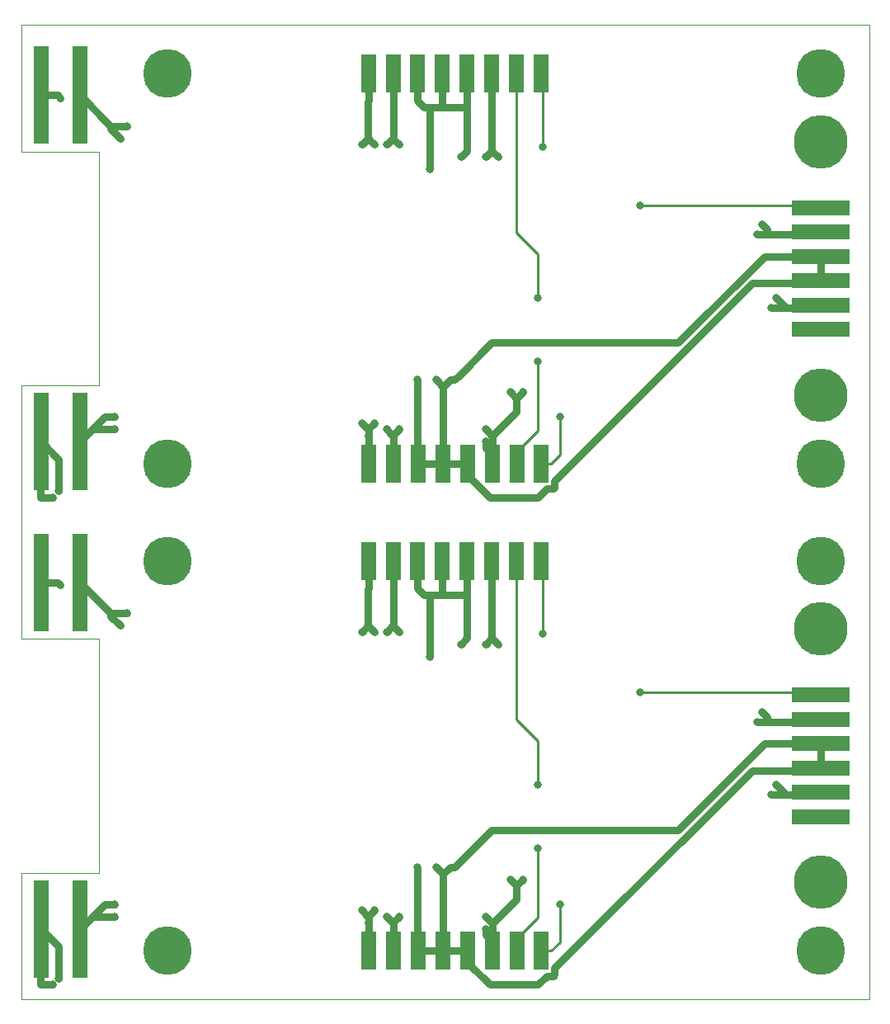
<source format=gbr>
G04 #@! TF.GenerationSoftware,KiCad,Pcbnew,(5.0.0-rc2-60-gbfa89039c)*
G04 #@! TF.CreationDate,2019-08-02T13:48:58+03:00*
G04 #@! TF.ProjectId,ModelPCB,4D6F64656C5043422E6B696361645F70,rev?*
G04 #@! TF.SameCoordinates,Original*
G04 #@! TF.FileFunction,Copper,L1,Top,Signal*
G04 #@! TF.FilePolarity,Positive*
%FSLAX46Y46*%
G04 Gerber Fmt 4.6, Leading zero omitted, Abs format (unit mm)*
G04 Created by KiCad (PCBNEW (5.0.0-rc2-60-gbfa89039c)) date 08/02/19 13:48:58*
%MOMM*%
%LPD*%
G01*
G04 APERTURE LIST*
G04 #@! TA.AperFunction,NonConductor*
%ADD10C,0.050000*%
G04 #@! TD*
G04 #@! TA.AperFunction,SMDPad,CuDef*
%ADD11R,1.524000X10.000000*%
G04 #@! TD*
G04 #@! TA.AperFunction,ComponentPad*
%ADD12C,5.000000*%
G04 #@! TD*
G04 #@! TA.AperFunction,SMDPad,CuDef*
%ADD13R,1.524000X4.000000*%
G04 #@! TD*
G04 #@! TA.AperFunction,ComponentPad*
%ADD14C,5.500000*%
G04 #@! TD*
G04 #@! TA.AperFunction,SMDPad,CuDef*
%ADD15R,6.000000X1.500000*%
G04 #@! TD*
G04 #@! TA.AperFunction,ViaPad*
%ADD16C,0.800000*%
G04 #@! TD*
G04 #@! TA.AperFunction,Conductor*
%ADD17C,0.250000*%
G04 #@! TD*
G04 #@! TA.AperFunction,Conductor*
%ADD18C,0.800000*%
G04 #@! TD*
G04 APERTURE END LIST*
D10*
X162300000Y-150900000D02*
X162300000Y-126900000D01*
X154300000Y-126900000D02*
X154300000Y-113900000D01*
X162300000Y-126900000D02*
X154300000Y-126900000D01*
X154300000Y-150900000D02*
X162300000Y-150900000D01*
X154300000Y-163900000D02*
X154300000Y-150900000D01*
X241300000Y-163900000D02*
X241300000Y-113900000D01*
X241300000Y-163900000D02*
X154300000Y-163900000D01*
X154300000Y-63900000D02*
X241300000Y-63900000D01*
X154300000Y-113900000D02*
X154300000Y-100900000D01*
X154300000Y-76900000D02*
X154300000Y-63900000D01*
X162300000Y-76900000D02*
X154300000Y-76900000D01*
X162300000Y-100900000D02*
X162300000Y-76900000D01*
X154300000Y-100900000D02*
X162300000Y-100900000D01*
X241300000Y-113900000D02*
X241300000Y-63900000D01*
D11*
G04 #@! TO.P,SW2,1*
G04 #@! TO.N,Net-(J1-Pad2)*
X160300000Y-121120000D03*
G04 #@! TO.P,SW2,2*
G04 #@! TO.N,/12V*
X160300000Y-156680000D03*
G04 #@! TD*
D12*
G04 #@! TO.P,H3,1*
G04 #@! TO.N,N/C*
X236300000Y-118900000D03*
G04 #@! TD*
D13*
G04 #@! TO.P,J2,1*
G04 #@! TO.N,/12V*
X189950000Y-118900000D03*
G04 #@! TO.P,J2,2*
G04 #@! TO.N,Net-(J2-Pad2)*
X192450000Y-118900000D03*
G04 #@! TO.P,J2,3*
G04 #@! TO.N,/GND*
X194950000Y-118900000D03*
G04 #@! TO.P,J2,4*
X197490000Y-118900000D03*
G04 #@! TO.P,J2,5*
X200030000Y-118900000D03*
G04 #@! TO.P,J2,6*
G04 #@! TO.N,/5V*
X202570000Y-118900000D03*
G04 #@! TO.P,J2,7*
G04 #@! TO.N,/SIG_BP*
X205110000Y-118900000D03*
G04 #@! TO.P,J2,8*
G04 #@! TO.N,/SIG*
X207650000Y-118900000D03*
G04 #@! TD*
D12*
G04 #@! TO.P,H1,1*
G04 #@! TO.N,N/C*
X169300000Y-158900000D03*
G04 #@! TD*
D14*
G04 #@! TO.P,H5,1*
G04 #@! TO.N,N/C*
X236300000Y-125900000D03*
G04 #@! TD*
G04 #@! TO.P,H6,1*
G04 #@! TO.N,N/C*
X236300000Y-151900000D03*
G04 #@! TD*
D12*
G04 #@! TO.P,H2,1*
G04 #@! TO.N,N/C*
X169300000Y-118900000D03*
G04 #@! TD*
D11*
G04 #@! TO.P,SW1,1*
G04 #@! TO.N,/5V*
X156300000Y-156680000D03*
G04 #@! TO.P,SW1,2*
G04 #@! TO.N,Net-(J1-Pad5)*
X156300000Y-121120000D03*
G04 #@! TD*
D13*
G04 #@! TO.P,J3,1*
G04 #@! TO.N,/SIG*
X207650000Y-158900000D03*
G04 #@! TO.P,J3,2*
G04 #@! TO.N,/SIG_BP*
X205150000Y-158900000D03*
G04 #@! TO.P,J3,3*
G04 #@! TO.N,/5V*
X202650000Y-158900000D03*
G04 #@! TO.P,J3,4*
G04 #@! TO.N,/GND*
X200110000Y-158900000D03*
G04 #@! TO.P,J3,5*
X197570000Y-158900000D03*
G04 #@! TO.P,J3,6*
X195030000Y-158900000D03*
G04 #@! TO.P,J3,7*
G04 #@! TO.N,Net-(J2-Pad2)*
X192490000Y-158900000D03*
G04 #@! TO.P,J3,8*
G04 #@! TO.N,/12V*
X189950000Y-158900000D03*
G04 #@! TD*
D15*
G04 #@! TO.P,J1,1*
G04 #@! TO.N,Net-(J1-Pad1)*
X236300000Y-145150000D03*
G04 #@! TO.P,J1,2*
G04 #@! TO.N,Net-(J1-Pad2)*
X236300000Y-142650000D03*
G04 #@! TO.P,J1,3*
G04 #@! TO.N,/GND*
X236300000Y-140150000D03*
G04 #@! TO.P,J1,4*
X236300000Y-137650000D03*
G04 #@! TO.P,J1,5*
G04 #@! TO.N,Net-(J1-Pad5)*
X236300000Y-135150000D03*
G04 #@! TO.P,J1,6*
G04 #@! TO.N,/SIG*
X236300000Y-132650000D03*
G04 #@! TD*
D12*
G04 #@! TO.P,H4,1*
G04 #@! TO.N,N/C*
X236300000Y-158900000D03*
G04 #@! TD*
D13*
G04 #@! TO.P,J2,1*
G04 #@! TO.N,/12V*
X189950000Y-68900000D03*
G04 #@! TO.P,J2,2*
G04 #@! TO.N,Net-(J2-Pad2)*
X192450000Y-68900000D03*
G04 #@! TO.P,J2,3*
G04 #@! TO.N,/GND*
X194950000Y-68900000D03*
G04 #@! TO.P,J2,4*
X197490000Y-68900000D03*
G04 #@! TO.P,J2,5*
X200030000Y-68900000D03*
G04 #@! TO.P,J2,6*
G04 #@! TO.N,/5V*
X202570000Y-68900000D03*
G04 #@! TO.P,J2,7*
G04 #@! TO.N,/SIG_BP*
X205110000Y-68900000D03*
G04 #@! TO.P,J2,8*
G04 #@! TO.N,/SIG*
X207650000Y-68900000D03*
G04 #@! TD*
G04 #@! TO.P,J3,1*
G04 #@! TO.N,/SIG*
X207650000Y-108900000D03*
G04 #@! TO.P,J3,2*
G04 #@! TO.N,/SIG_BP*
X205150000Y-108900000D03*
G04 #@! TO.P,J3,3*
G04 #@! TO.N,/5V*
X202650000Y-108900000D03*
G04 #@! TO.P,J3,4*
G04 #@! TO.N,/GND*
X200110000Y-108900000D03*
G04 #@! TO.P,J3,5*
X197570000Y-108900000D03*
G04 #@! TO.P,J3,6*
X195030000Y-108900000D03*
G04 #@! TO.P,J3,7*
G04 #@! TO.N,Net-(J2-Pad2)*
X192490000Y-108900000D03*
G04 #@! TO.P,J3,8*
G04 #@! TO.N,/12V*
X189950000Y-108900000D03*
G04 #@! TD*
D15*
G04 #@! TO.P,J1,1*
G04 #@! TO.N,Net-(J1-Pad1)*
X236300000Y-95150000D03*
G04 #@! TO.P,J1,2*
G04 #@! TO.N,Net-(J1-Pad2)*
X236300000Y-92650000D03*
G04 #@! TO.P,J1,3*
G04 #@! TO.N,/GND*
X236300000Y-90150000D03*
G04 #@! TO.P,J1,4*
X236300000Y-87650000D03*
G04 #@! TO.P,J1,5*
G04 #@! TO.N,Net-(J1-Pad5)*
X236300000Y-85150000D03*
G04 #@! TO.P,J1,6*
G04 #@! TO.N,/SIG*
X236300000Y-82650000D03*
G04 #@! TD*
D12*
G04 #@! TO.P,H2,1*
G04 #@! TO.N,N/C*
X169300000Y-68900000D03*
G04 #@! TD*
G04 #@! TO.P,H3,1*
G04 #@! TO.N,N/C*
X236300000Y-68900000D03*
G04 #@! TD*
D14*
G04 #@! TO.P,H6,1*
G04 #@! TO.N,N/C*
X236300000Y-101900000D03*
G04 #@! TD*
D11*
G04 #@! TO.P,SW1,1*
G04 #@! TO.N,/5V*
X156300000Y-106680000D03*
G04 #@! TO.P,SW1,2*
G04 #@! TO.N,Net-(J1-Pad5)*
X156300000Y-71120000D03*
G04 #@! TD*
G04 #@! TO.P,SW2,1*
G04 #@! TO.N,Net-(J1-Pad2)*
X160300000Y-71120000D03*
G04 #@! TO.P,SW2,2*
G04 #@! TO.N,/12V*
X160300000Y-106680000D03*
G04 #@! TD*
D12*
G04 #@! TO.P,H4,1*
G04 #@! TO.N,N/C*
X236300000Y-108900000D03*
G04 #@! TD*
D14*
G04 #@! TO.P,H5,1*
G04 #@! TO.N,N/C*
X236300000Y-75900000D03*
G04 #@! TD*
D12*
G04 #@! TO.P,H1,1*
G04 #@! TO.N,N/C*
X169300000Y-108900000D03*
G04 #@! TD*
D16*
G04 #@! TO.N,Net-(J1-Pad2)*
X165100000Y-74295000D03*
X164465000Y-75565000D03*
X231300000Y-92899948D03*
X231800000Y-91900000D03*
X165100000Y-124295000D03*
X164465000Y-125565000D03*
X231300000Y-142899948D03*
X231800000Y-141900000D03*
G04 #@! TO.N,/GND*
X199390000Y-77470000D03*
X196850000Y-100330000D03*
X198755000Y-100330000D03*
X196215000Y-78740000D03*
X194945000Y-100330000D03*
X196215000Y-128740000D03*
X199390000Y-127470000D03*
X196850000Y-150330000D03*
X198755000Y-150330000D03*
X194945000Y-150330000D03*
G04 #@! TO.N,Net-(J1-Pad5)*
X158300000Y-71400000D03*
X229800000Y-85400000D03*
X230300000Y-84400000D03*
X158300000Y-121400000D03*
X229800000Y-135400000D03*
X230300000Y-134400000D03*
G04 #@! TO.N,/SIG*
X209550000Y-104140000D03*
X207800000Y-76400000D03*
X217800000Y-82400000D03*
X209550000Y-154140000D03*
X207800000Y-126400000D03*
X217800000Y-132400000D03*
G04 #@! TO.N,/5V*
X201930000Y-77470000D03*
X203200000Y-77470000D03*
X205740000Y-101600000D03*
X204470000Y-101600000D03*
X157480000Y-112395000D03*
X158115000Y-111760000D03*
X201930000Y-105410000D03*
X201930000Y-106680000D03*
X201930000Y-127470000D03*
X203200000Y-127470000D03*
X205740000Y-151600000D03*
X204470000Y-151600000D03*
X157480000Y-162395000D03*
X158115000Y-161760000D03*
X201930000Y-155410000D03*
X201930000Y-156680000D03*
G04 #@! TO.N,/12V*
X163830000Y-104140000D03*
X163830000Y-105410000D03*
X189230000Y-76200000D03*
X190500000Y-76200000D03*
X190500000Y-104775000D03*
X189230000Y-104775000D03*
X163830000Y-154140000D03*
X163830000Y-155410000D03*
X189230000Y-126200000D03*
X190500000Y-126200000D03*
X190500000Y-154775000D03*
X189230000Y-154775000D03*
G04 #@! TO.N,Net-(J2-Pad2)*
X193040000Y-76200000D03*
X191770000Y-76200000D03*
X193040000Y-155410000D03*
X193040000Y-126200000D03*
X191770000Y-126200000D03*
X191770000Y-155410000D03*
X191770000Y-105399990D03*
X193040000Y-105399990D03*
G04 #@! TO.N,/SIG_BP*
X207300000Y-98400000D03*
X207300000Y-91900000D03*
X207300000Y-148400000D03*
X207300000Y-141900000D03*
G04 #@! TD*
D17*
G04 #@! TO.N,Net-(J1-Pad1)*
X236200000Y-95250000D02*
X236300000Y-95150000D01*
X236200000Y-145250000D02*
X236300000Y-145150000D01*
D18*
G04 #@! TO.N,Net-(J1-Pad2)*
X163475000Y-74295000D02*
X160300000Y-71120000D01*
X165100000Y-74295000D02*
X163475000Y-74295000D01*
X163475000Y-74575000D02*
X163475000Y-74295000D01*
X164465000Y-75565000D02*
X163475000Y-74575000D01*
X231300052Y-92900000D02*
X231300000Y-92899948D01*
X231800000Y-91900000D02*
X232800000Y-92900000D01*
X235300000Y-92900000D02*
X232800000Y-92900000D01*
X232800000Y-92900000D02*
X231300052Y-92900000D01*
X232800000Y-142900000D02*
X231300052Y-142900000D01*
X235300000Y-142900000D02*
X232800000Y-142900000D01*
X231800000Y-141900000D02*
X232800000Y-142900000D01*
X231300052Y-142900000D02*
X231300000Y-142899948D01*
X163475000Y-124295000D02*
X160300000Y-121120000D01*
X165100000Y-124295000D02*
X163475000Y-124295000D01*
X163475000Y-124575000D02*
X163475000Y-124295000D01*
X164465000Y-125565000D02*
X163475000Y-124575000D01*
G04 #@! TO.N,/GND*
X236300000Y-90150000D02*
X233800000Y-90150000D01*
X195030000Y-108900000D02*
X200110000Y-108900000D01*
X200030000Y-76830000D02*
X199390000Y-77470000D01*
X197570000Y-101050000D02*
X197570000Y-108900000D01*
X196850000Y-100330000D02*
X197570000Y-101050000D01*
X198290000Y-100330000D02*
X197570000Y-101050000D01*
X198755000Y-100330000D02*
X198290000Y-100330000D01*
X194950000Y-71700000D02*
X195640000Y-72390000D01*
X194950000Y-68900000D02*
X194950000Y-71700000D01*
X200030000Y-68900000D02*
X200030000Y-72390000D01*
X200030000Y-72390000D02*
X200030000Y-76830000D01*
X197490000Y-72385000D02*
X197490000Y-68900000D01*
X197485000Y-72390000D02*
X197490000Y-72385000D01*
X197485000Y-72390000D02*
X200030000Y-72390000D01*
X196215000Y-72390000D02*
X196215000Y-77470000D01*
X196215000Y-72390000D02*
X197485000Y-72390000D01*
X195640000Y-72390000D02*
X196215000Y-72390000D01*
X196215000Y-77470000D02*
X196215000Y-78740000D01*
X194945000Y-108815000D02*
X195030000Y-108900000D01*
X194945000Y-100330000D02*
X194945000Y-108815000D01*
X199154999Y-99930001D02*
X198755000Y-100330000D01*
X202565000Y-96520000D02*
X199154999Y-99930001D01*
X221680000Y-96520000D02*
X202565000Y-96520000D01*
X236300000Y-87650000D02*
X230550000Y-87650000D01*
X230550000Y-87650000D02*
X221680000Y-96520000D01*
X200110000Y-110138000D02*
X200110000Y-108900000D01*
X202367000Y-112395000D02*
X200110000Y-110138000D01*
X207305000Y-112395000D02*
X202367000Y-112395000D01*
X208892001Y-111500001D02*
X208199999Y-111500001D01*
X208199999Y-111500001D02*
X207305000Y-112395000D01*
X236300000Y-90150000D02*
X234050000Y-90150000D01*
X234050000Y-90150000D02*
X233800000Y-90400000D01*
X233800000Y-90400000D02*
X229300000Y-90400000D01*
X229300000Y-90400000D02*
X209012001Y-110687999D01*
X209012001Y-110687999D02*
X209012001Y-111380001D01*
X209012001Y-111380001D02*
X208892001Y-111500001D01*
X236300000Y-87650000D02*
X236300000Y-90150000D01*
X236300000Y-137650000D02*
X236300000Y-140150000D01*
X197485000Y-122390000D02*
X197490000Y-122385000D01*
X200030000Y-122390000D02*
X200030000Y-126830000D01*
X197490000Y-122385000D02*
X197490000Y-118900000D01*
X196215000Y-127470000D02*
X196215000Y-128740000D01*
X196215000Y-122390000D02*
X196215000Y-127470000D01*
X196215000Y-122390000D02*
X197485000Y-122390000D01*
X194950000Y-118900000D02*
X194950000Y-121700000D01*
X200030000Y-118900000D02*
X200030000Y-122390000D01*
X195640000Y-122390000D02*
X196215000Y-122390000D01*
X198755000Y-150330000D02*
X198290000Y-150330000D01*
X197485000Y-122390000D02*
X200030000Y-122390000D01*
X194950000Y-121700000D02*
X195640000Y-122390000D01*
X196850000Y-150330000D02*
X197570000Y-151050000D01*
X194945000Y-158815000D02*
X195030000Y-158900000D01*
X195030000Y-158900000D02*
X200110000Y-158900000D01*
X197570000Y-151050000D02*
X197570000Y-158900000D01*
X198290000Y-150330000D02*
X197570000Y-151050000D01*
X236300000Y-140150000D02*
X233800000Y-140150000D01*
X194945000Y-150330000D02*
X194945000Y-158815000D01*
X200030000Y-126830000D02*
X199390000Y-127470000D01*
X199154999Y-149930001D02*
X198755000Y-150330000D01*
X221680000Y-146520000D02*
X202565000Y-146520000D01*
X230550000Y-137650000D02*
X221680000Y-146520000D01*
X236300000Y-137650000D02*
X230550000Y-137650000D01*
X202565000Y-146520000D02*
X199154999Y-149930001D01*
X207305000Y-162395000D02*
X202367000Y-162395000D01*
X200110000Y-160138000D02*
X200110000Y-158900000D01*
X202367000Y-162395000D02*
X200110000Y-160138000D01*
X208892001Y-161500001D02*
X208199999Y-161500001D01*
X208199999Y-161500001D02*
X207305000Y-162395000D01*
X236300000Y-140150000D02*
X234050000Y-140150000D01*
X209012001Y-160687999D02*
X209012001Y-161380001D01*
X233800000Y-140400000D02*
X229300000Y-140400000D01*
X229300000Y-140400000D02*
X209012001Y-160687999D01*
X234050000Y-140150000D02*
X233800000Y-140400000D01*
X209012001Y-161380001D02*
X208892001Y-161500001D01*
G04 #@! TO.N,Net-(J1-Pad5)*
X158020000Y-71120000D02*
X158300000Y-71400000D01*
X156300000Y-71120000D02*
X158020000Y-71120000D01*
X236050000Y-85400000D02*
X236300000Y-85150000D01*
X230800000Y-84900000D02*
X230300000Y-84400000D01*
X230800000Y-85400000D02*
X230800000Y-84900000D01*
X230800000Y-85400000D02*
X236050000Y-85400000D01*
X229800000Y-85400000D02*
X230800000Y-85400000D01*
X156300000Y-121120000D02*
X158020000Y-121120000D01*
X158020000Y-121120000D02*
X158300000Y-121400000D01*
X230800000Y-135400000D02*
X236050000Y-135400000D01*
X230800000Y-135400000D02*
X230800000Y-134900000D01*
X236050000Y-135400000D02*
X236300000Y-135150000D01*
X230800000Y-134900000D02*
X230300000Y-134400000D01*
X229800000Y-135400000D02*
X230800000Y-135400000D01*
D17*
G04 #@! TO.N,/SIG*
X238550000Y-82650000D02*
X236300000Y-82650000D01*
X209550000Y-104705685D02*
X209550000Y-104140000D01*
X209550000Y-108012000D02*
X209550000Y-107400000D01*
X208662000Y-108900000D02*
X209550000Y-108012000D01*
X207650000Y-108900000D02*
X208662000Y-108900000D01*
X209550000Y-107400000D02*
X209550000Y-104705685D01*
X207800000Y-76400000D02*
X207800000Y-69050000D01*
X207800000Y-69050000D02*
X207650000Y-68900000D01*
X236050000Y-82400000D02*
X236300000Y-82650000D01*
X217800000Y-82400000D02*
X236050000Y-82400000D01*
X238550000Y-132650000D02*
X236300000Y-132650000D01*
X209550000Y-154705685D02*
X209550000Y-154140000D01*
X209550000Y-158012000D02*
X209550000Y-157400000D01*
X209550000Y-157400000D02*
X209550000Y-154705685D01*
X208662000Y-158900000D02*
X209550000Y-158012000D01*
X207800000Y-126400000D02*
X207800000Y-119050000D01*
X207800000Y-119050000D02*
X207650000Y-118900000D01*
X207650000Y-158900000D02*
X208662000Y-158900000D01*
X236050000Y-132400000D02*
X236300000Y-132650000D01*
X217800000Y-132400000D02*
X236050000Y-132400000D01*
D18*
G04 #@! TO.N,/5V*
X202570000Y-68900000D02*
X202570000Y-76830000D01*
X202570000Y-76830000D02*
X201930000Y-77470000D01*
X202570000Y-76830000D02*
X202570000Y-76840000D01*
X202570000Y-76840000D02*
X203200000Y-77470000D01*
X205110000Y-102240000D02*
X205740000Y-101610000D01*
X205740000Y-101610000D02*
X205740000Y-101600000D01*
X205110000Y-102240000D02*
X204470000Y-101600000D01*
X157480000Y-112395000D02*
X156210000Y-112395000D01*
X156210000Y-106770000D02*
X156300000Y-106680000D01*
X156210000Y-112395000D02*
X156210000Y-106770000D01*
X158115000Y-108495000D02*
X156300000Y-106680000D01*
X158115000Y-111760000D02*
X158115000Y-108495000D01*
X205110000Y-103640000D02*
X205110000Y-102240000D01*
X202650000Y-106100000D02*
X205110000Y-103640000D01*
X202650000Y-106595000D02*
X202650000Y-106130000D01*
X202650000Y-106595000D02*
X202650000Y-106100000D01*
X202650000Y-108900000D02*
X202650000Y-106595000D01*
X202650000Y-106130000D02*
X201930000Y-105410000D01*
X202650000Y-108035000D02*
X201930000Y-107315000D01*
X202650000Y-108900000D02*
X202650000Y-108035000D01*
X201930000Y-107315000D02*
X201930000Y-106680000D01*
X205110000Y-152240000D02*
X204470000Y-151600000D01*
X202650000Y-156595000D02*
X202650000Y-156130000D01*
X202570000Y-126830000D02*
X201930000Y-127470000D01*
X202570000Y-126830000D02*
X202570000Y-126840000D01*
X201930000Y-157315000D02*
X201930000Y-156680000D01*
X202650000Y-156130000D02*
X201930000Y-155410000D01*
X158115000Y-158495000D02*
X156300000Y-156680000D01*
X156210000Y-156770000D02*
X156300000Y-156680000D01*
X156210000Y-162395000D02*
X156210000Y-156770000D01*
X202650000Y-156595000D02*
X202650000Y-156100000D01*
X205740000Y-151610000D02*
X205740000Y-151600000D01*
X202650000Y-158035000D02*
X201930000Y-157315000D01*
X202650000Y-158900000D02*
X202650000Y-158035000D01*
X158115000Y-161760000D02*
X158115000Y-158495000D01*
X202570000Y-126840000D02*
X203200000Y-127470000D01*
X202650000Y-158900000D02*
X202650000Y-156595000D01*
X205110000Y-152240000D02*
X205740000Y-151610000D01*
X202650000Y-156100000D02*
X205110000Y-153640000D01*
X205110000Y-153640000D02*
X205110000Y-152240000D01*
X157480000Y-162395000D02*
X156210000Y-162395000D01*
X202570000Y-118900000D02*
X202570000Y-126830000D01*
G04 #@! TO.N,/12V*
X189950000Y-106100000D02*
X189870000Y-106020000D01*
X189950000Y-108900000D02*
X189950000Y-106100000D01*
X189950000Y-68900000D02*
X189950000Y-71700000D01*
X163830000Y-104140000D02*
X162840000Y-104140000D01*
X161925000Y-105410000D02*
X161747500Y-105232500D01*
X163830000Y-105410000D02*
X161925000Y-105410000D01*
X162840000Y-104140000D02*
X161747500Y-105232500D01*
X161747500Y-105232500D02*
X160300000Y-106680000D01*
X190500000Y-76200000D02*
X189865000Y-75565000D01*
X189865000Y-75565000D02*
X189910000Y-75520000D01*
X189865000Y-75565000D02*
X189230000Y-76200000D01*
X189865000Y-71785000D02*
X189950000Y-71700000D01*
X189865000Y-75565000D02*
X189865000Y-71785000D01*
X189950000Y-106100000D02*
X189950000Y-105325000D01*
X189950000Y-105325000D02*
X190500000Y-104775000D01*
X189780000Y-105325000D02*
X189230000Y-104775000D01*
X189950000Y-105325000D02*
X189780000Y-105325000D01*
X163830000Y-154140000D02*
X162840000Y-154140000D01*
X162840000Y-154140000D02*
X161747500Y-155232500D01*
X190500000Y-126200000D02*
X189865000Y-125565000D01*
X189865000Y-125565000D02*
X189910000Y-125520000D01*
X189865000Y-125565000D02*
X189230000Y-126200000D01*
X161747500Y-155232500D02*
X160300000Y-156680000D01*
X161925000Y-155410000D02*
X161747500Y-155232500D01*
X163830000Y-155410000D02*
X161925000Y-155410000D01*
X189950000Y-156100000D02*
X189870000Y-156020000D01*
X189950000Y-158900000D02*
X189950000Y-156100000D01*
X189950000Y-118900000D02*
X189950000Y-121700000D01*
X189950000Y-156100000D02*
X189950000Y-155325000D01*
X189780000Y-155325000D02*
X189230000Y-154775000D01*
X189950000Y-155325000D02*
X189780000Y-155325000D01*
X189950000Y-155325000D02*
X190500000Y-154775000D01*
X189865000Y-121785000D02*
X189950000Y-121700000D01*
X189865000Y-125565000D02*
X189865000Y-121785000D01*
G04 #@! TO.N,Net-(J2-Pad2)*
X192490000Y-106100000D02*
X192490000Y-108900000D01*
X192490000Y-106100000D02*
X192490000Y-105960000D01*
X193040000Y-76200000D02*
X192405000Y-75565000D01*
X192405000Y-75565000D02*
X191770000Y-76200000D01*
X192450000Y-75520000D02*
X192450000Y-68900000D01*
X192405000Y-75565000D02*
X192450000Y-75520000D01*
X191770000Y-155410000D02*
X192320000Y-155960000D01*
X192490000Y-156100000D02*
X192490000Y-158900000D01*
X192405000Y-125565000D02*
X192450000Y-125520000D01*
X192450000Y-125520000D02*
X192450000Y-118900000D01*
X192405000Y-125565000D02*
X191770000Y-126200000D01*
X193040000Y-126200000D02*
X192405000Y-125565000D01*
X192490000Y-155960000D02*
X193040000Y-155410000D01*
X192320000Y-155960000D02*
X192490000Y-155960000D01*
X192490000Y-156100000D02*
X192490000Y-155960000D01*
X192490000Y-105949990D02*
X192640001Y-105799989D01*
X192490000Y-105960000D02*
X192330010Y-105960000D01*
X192490000Y-105960000D02*
X192490000Y-105949990D01*
X192640001Y-105799989D02*
X193040000Y-105399990D01*
X192330010Y-105960000D02*
X192169999Y-105799989D01*
X192169999Y-105799989D02*
X191770000Y-105399990D01*
D17*
G04 #@! TO.N,/SIG_BP*
X205150000Y-108900000D02*
X205150000Y-110138000D01*
X205105000Y-68905000D02*
X205110000Y-68900000D01*
X205150000Y-107662000D02*
X207300000Y-105512000D01*
X205150000Y-108900000D02*
X205150000Y-107662000D01*
X207300000Y-105512000D02*
X207300000Y-99900000D01*
X207300000Y-99900000D02*
X207300000Y-98400000D01*
X207300000Y-91900000D02*
X207300000Y-87400000D01*
X205110000Y-85210000D02*
X205110000Y-68900000D01*
X207300000Y-87400000D02*
X205110000Y-85210000D01*
X207300000Y-155512000D02*
X207300000Y-149900000D01*
X205150000Y-157662000D02*
X207300000Y-155512000D01*
X207300000Y-141900000D02*
X207300000Y-137400000D01*
X207300000Y-149900000D02*
X207300000Y-148400000D01*
X205110000Y-135210000D02*
X205110000Y-118900000D01*
X205150000Y-158900000D02*
X205150000Y-157662000D01*
X207300000Y-137400000D02*
X205110000Y-135210000D01*
X205150000Y-158900000D02*
X205150000Y-160138000D01*
X205105000Y-118905000D02*
X205110000Y-118900000D01*
G04 #@! TD*
M02*

</source>
